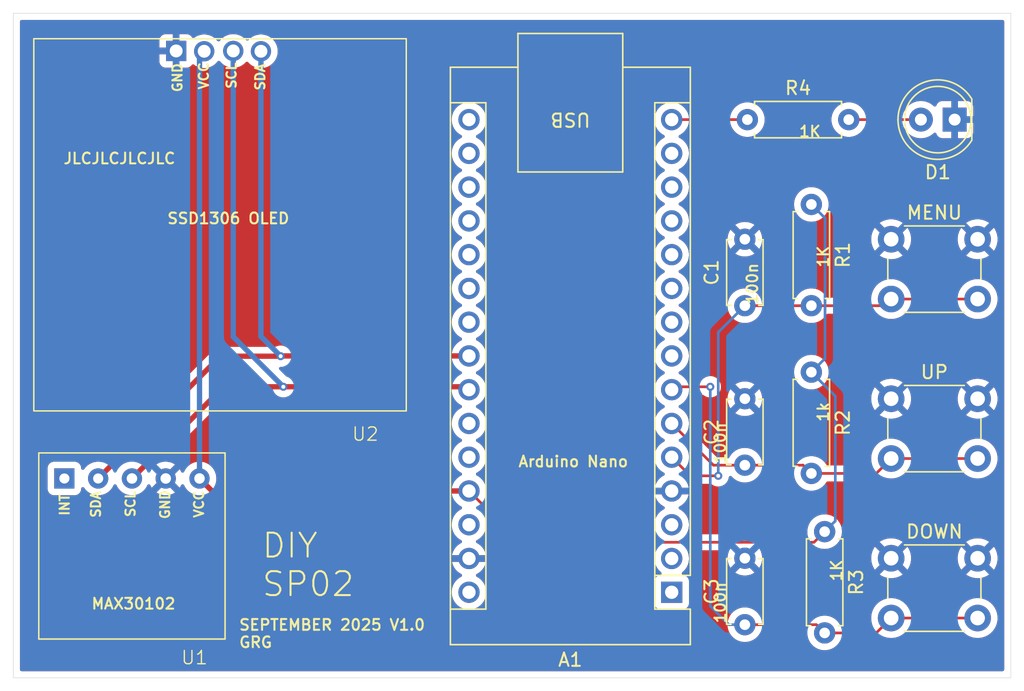
<source format=kicad_pcb>
(kicad_pcb (version 20241229) (generator "pcbnew") (generator_version "9.0")
  (layers (0 "F.Cu" signal) (2 "B.Cu" signal) (13 "F.Paste" user) (15 "B.Paste" user) (5 "F.SilkS" user "F.Silkscreen") (7 "B.SilkS" user "B.Silkscreen") (1 "F.Mask" user) (3 "B.Mask" user) (25 "Edge.Cuts" user))
  (net 0 "")
  (net 2 "GND")
  (net 4 "Net-(A1-A4)")
  (net 6 "Net-(A1-D3)")
  (net 12 "Net-(A1-D12)")
  (net 14 "Net-(A1-A5)")
  (net 15 "Net-(A1-D2)")
  (net 22 "Net-(A1-D4)")
  (net 29 "+5V")
  (net 30 "Net-(D1-A)")
  (footprint "spo2_stuff:SSD1306" (layer "F.Cu") (at 105.5456 65.9126)
    (property "Reference" "U2" (at 10.922 15.748 0) (layer "F.SilkS") (effects (font (thickness 0.1))))
    (property "Value" "SSD1306")
    (fp_line (start -14 -14) (end 14 -14) (stroke (width 0.1)) (layer "F.SilkS"))
    (fp_line (start -14 14) (end -14 -14) (stroke (width 0.1)) (layer "F.SilkS"))
    (fp_line (start 14 -14) (end 14 14) (stroke (width 0.1)) (layer "F.SilkS"))
    (fp_line (start 14 14) (end -14 14) (stroke (width 0.1)) (layer "F.SilkS"))
    (fp_rect (start -14 -14) (end 14 14) (stroke (width 0.1)) (fill no) (layer "F.SilkS"))
    (fp_text user "GND" (at -2.794 -9.906 90) (layer "F.SilkS") (effects (font (size 0.7 0.7) (thickness 0.15) (bold yes)) (justify left bottom)))
    (fp_text user "SCL" (at 1.27 -10.16 90) (layer "F.SilkS") (effects (font (size 0.7 0.7) (thickness 0.15) (bold yes)) (justify left bottom)))
    (fp_text user "VCC" (at -0.8128 -10.1092 90) (layer "F.SilkS") (effects (font (size 0.7 0.7) (thickness 0.15) (bold yes)) (justify left bottom)))
    (fp_text user "SDA" (at 3.429 -10.033 90) (layer "F.SilkS") (effects (font (size 0.7 0.7) (thickness 0.15) (bold yes)) (justify left bottom)))
    (pad "1" thru_hole rect (at -3.302 -13.081) (size 1.524 1.524) (drill 0.972) (layers "*.Cu" "*.Mask") (net 2 "GND"))
    (pad "2" thru_hole circle (at -1.1938 -13.0556) (size 1.524 1.524) (drill 0.972) (layers "*.Cu" "*.Mask") (net 29 "+5V"))
    (pad "3" thru_hole circle (at 0.9906 -13.081) (size 1.524 1.524) (drill 0.972) (layers "*.Cu" "*.Mask") (net 14 "Net-(A1-A5)"))
    (pad "4" thru_hole circle (at 3.0734 -13.0556) (size 1.524 1.524) (drill 0.972) (layers "*.Cu" "*.Mask") (net 4 "Net-(A1-A4)"))
  )
  (footprint "Resistor_THT:R_Axial_DIN0207_L6.3mm_D2.5mm_P7.62mm_Horizontal" (layer "F.Cu") (at 150 64.38 -90)
    (property "Reference" "R1" (at 3.81 -2.37 90) (layer "F.SilkS"))
    (property "Value" "1K")
    (fp_line (start 0.54 1.37) (end 7.08 1.37) (stroke (width 0.12)) (layer "F.SilkS"))
    (fp_line (start 7.08 1.37) (end 7.08 1.04) (stroke (width 0.12)) (layer "F.SilkS"))
    (fp_line (start 0.54 1.04) (end 0.54 1.37) (stroke (width 0.12)) (layer "F.SilkS"))
    (fp_line (start 0.54 -1.04) (end 0.54 -1.37) (stroke (width 0.12)) (layer "F.SilkS"))
    (fp_line (start 0.54 -1.37) (end 7.08 -1.37) (stroke (width 0.12)) (layer "F.SilkS"))
    (fp_line (start 7.08 -1.37) (end 7.08 -1.04) (stroke (width 0.12)) (layer "F.SilkS"))
    (pad "1" thru_hole circle (at 0 0 270) (size 1.6 1.6) (drill 0.8) (layers "*.Cu" "*.Mask") (net 29 "+5V"))
    (pad "2" thru_hole circle (at 7.62 0 270) (size 1.6 1.6) (drill 0.8) (layers "*.Cu" "*.Mask") (net 15 "Net-(A1-D2)"))
  )
  (footprint "Capacitor_THT:C_Disc_D4.7mm_W2.5mm_P5.00mm" (layer "F.Cu") (at 145 96 90)
    (property "Reference" "C3" (at 2.5 -2.5 90) (layer "F.SilkS"))
    (property "Value" "100n")
    (fp_line (start 4.97 -1.37) (end 4.97 -1.04) (stroke (width 0.12)) (layer "F.SilkS"))
    (fp_line (start 0.03 -1.37) (end 4.97 -1.37) (stroke (width 0.12)) (layer "F.SilkS"))
    (fp_line (start 0.03 -1.04) (end 0.03 -1.37) (stroke (width 0.12)) (layer "F.SilkS"))
    (fp_line (start 4.97 1.04) (end 4.97 1.37) (stroke (width 0.12)) (layer "F.SilkS"))
    (fp_line (start 4.97 1.37) (end 0.03 1.37) (stroke (width 0.12)) (layer "F.SilkS"))
    (fp_line (start 0.03 1.37) (end 0.03 1.04) (stroke (width 0.12)) (layer "F.SilkS"))
    (pad "1" thru_hole circle (at 0 0 90) (size 1.6 1.6) (drill 0.8) (layers "*.Cu" "*.Mask") (net 22 "Net-(A1-D4)"))
    (pad "2" thru_hole circle (at 5 0 90) (size 1.6 1.6) (drill 0.8) (layers "*.Cu" "*.Mask") (net 2 "GND"))
  )
  (footprint "Button_Switch_THT:SW_PUSH_6mm" (layer "F.Cu") (at 156 67)
    (property "Reference" "MENU" (at 3.25 -2 0) (layer "F.SilkS"))
    (property "Value" "SW_Push")
    (fp_line (start -0.25 1.5) (end -0.25 3) (stroke (width 0.12)) (layer "F.SilkS"))
    (fp_line (start 1 5.5) (end 5.5 5.5) (stroke (width 0.12)) (layer "F.SilkS"))
    (fp_line (start 5.5 -1) (end 1 -1) (stroke (width 0.12)) (layer "F.SilkS"))
    (fp_line (start 6.75 3) (end 6.75 1.5) (stroke (width 0.12)) (layer "F.SilkS"))
    (pad "1" thru_hole circle (at 0 0 90) (size 2 2) (drill 1.1) (layers "*.Cu" "*.Mask") (net 2 "GND"))
    (pad "1" thru_hole circle (at 6.5 0 90) (size 2 2) (drill 1.1) (layers "*.Cu" "*.Mask") (net 2 "GND"))
    (pad "2" thru_hole circle (at 0 4.5 90) (size 2 2) (drill 1.1) (layers "*.Cu" "*.Mask") (net 15 "Net-(A1-D2)"))
    (pad "2" thru_hole circle (at 6.5 4.5 90) (size 2 2) (drill 1.1) (layers "*.Cu" "*.Mask") (net 15 "Net-(A1-D2)"))
  )
  (footprint "Module:Arduino_Nano" (layer "F.Cu") (at 139.5 93.56 180)
    (property "Reference" "A1" (at 7.62 -5.08 0) (layer "F.SilkS"))
    (property "Value" "Arduino_Nano_v3.x")
    (fp_line (start 16.64 39.5) (end 16.64 -3.94) (stroke (width 0.12)) (layer "F.SilkS"))
    (fp_line (start 16.64 39.5) (end 11.56 39.5) (stroke (width 0.12)) (layer "F.SilkS"))
    (fp_line (start 16.64 -3.94) (end -1.4 -3.94) (stroke (width 0.12)) (layer "F.SilkS"))
    (fp_line (start 13.97 36.83) (end 16.64 36.83) (stroke (width 0.12)) (layer "F.SilkS"))
    (fp_line (start 13.97 -1.27) (end 16.64 -1.27) (stroke (width 0.12)) (layer "F.SilkS"))
    (fp_line (start 13.97 -1.27) (end 13.97 36.83) (stroke (width 0.12)) (layer "F.SilkS"))
    (fp_line (start 11.56 42.04) (end 3.68 42.04) (stroke (width 0.12)) (layer "F.SilkS"))
    (fp_line (start 11.56 31.62) (end 11.56 42.04) (stroke (width 0.12)) (layer "F.SilkS"))
    (fp_line (start 3.68 42.04) (end 3.68 31.62) (stroke (width 0.12)) (layer "F.SilkS"))
    (fp_line (start 3.68 31.62) (end 11.56 31.62) (stroke (width 0.12)) (layer "F.SilkS"))
    (fp_line (start 1.27 36.83) (end -1.4 36.83) (stroke (width 0.12)) (layer "F.SilkS"))
    (fp_line (start 1.27 1.27) (end 1.27 36.83) (stroke (width 0.12)) (layer "F.SilkS"))
    (fp_line (start 1.27 1.27) (end 1.27 -1.27) (stroke (width 0.12)) (layer "F.SilkS"))
    (fp_line (start 1.27 1.27) (end -1.4 1.27) (stroke (width 0.12)) (layer "F.SilkS"))
    (fp_line (start 1.27 -1.27) (end -1.4 -1.27) (stroke (width 0.12)) (layer "F.SilkS"))
    (fp_line (start -1.4 39.5) (end 3.68 39.5) (stroke (width 0.12)) (layer "F.SilkS"))
    (fp_line (start -1.4 1.27) (end -1.4 39.5) (stroke (width 0.12)) (layer "F.SilkS"))
    (fp_line (start -1.4 -3.94) (end -1.4 -1.27) (stroke (width 0.12)) (layer "F.SilkS"))
    (fp_text user "USB" (at 7.62 35.56 180) (layer "F.SilkS"))
    (pad "1" thru_hole rect (at 0 0 180) (size 1.6 1.6) (drill 1) (layers "*.Cu" "*.Mask"))
    (pad "2" thru_hole oval (at 0 2.54 180) (size 1.6 1.6) (drill 1) (layers "*.Cu" "*.Mask"))
    (pad "3" thru_hole oval (at 0 5.08 180) (size 1.6 1.6) (drill 1) (layers "*.Cu" "*.Mask"))
    (pad "4" thru_hole oval (at 0 7.62 180) (size 1.6 1.6) (drill 1) (layers "*.Cu" "*.Mask") (net 2 "GND"))
    (pad "5" thru_hole oval (at 0 10.16 180) (size 1.6 1.6) (drill 1) (layers "*.Cu" "*.Mask") (net 15 "Net-(A1-D2)"))
    (pad "6" thru_hole oval (at 0 12.7 180) (size 1.6 1.6) (drill 1) (layers "*.Cu" "*.Mask") (net 6 "Net-(A1-D3)"))
    (pad "7" thru_hole oval (at 0 15.24 180) (size 1.6 1.6) (drill 1) (layers "*.Cu" "*.Mask") (net 22 "Net-(A1-D4)"))
    (pad "8" thru_hole oval (at 0 17.78 180) (size 1.6 1.6) (drill 1) (layers "*.Cu" "*.Mask"))
    (pad "9" thru_hole oval (at 0 20.32 180) (size 1.6 1.6) (drill 1) (layers "*.Cu" "*.Mask"))
    (pad "10" thru_hole oval (at 0 22.86 180) (size 1.6 1.6) (drill 1) (layers "*.Cu" "*.Mask"))
    (pad "11" thru_hole oval (at 0 25.4 180) (size 1.6 1.6) (drill 1) (layers "*.Cu" "*.Mask"))
    (pad "12" thru_hole oval (at 0 27.94 180) (size 1.6 1.6) (drill 1) (layers "*.Cu" "*.Mask"))
    (pad "13" thru_hole oval (at 0 30.48 180) (size 1.6 1.6) (drill 1) (layers "*.Cu" "*.Mask"))
    (pad "14" thru_hole oval (at 0 33.02 180) (size 1.6 1.6) (drill 1) (layers "*.Cu" "*.Mask"))
    (pad "15" thru_hole oval (at 0 35.56 180) (size 1.6 1.6) (drill 1) (layers "*.Cu" "*.Mask") (net 12 "Net-(A1-D12)"))
    (pad "16" thru_hole oval (at 15.24 35.56 180) (size 1.6 1.6) (drill 1) (layers "*.Cu" "*.Mask"))
    (pad "17" thru_hole oval (at 15.24 33.02 180) (size 1.6 1.6) (drill 1) (layers "*.Cu" "*.Mask"))
    (pad "18" thru_hole oval (at 15.24 30.48 180) (size 1.6 1.6) (drill 1) (layers "*.Cu" "*.Mask"))
    (pad "19" thru_hole oval (at 15.24 27.94 180) (size 1.6 1.6) (drill 1) (layers "*.Cu" "*.Mask"))
    (pad "20" thru_hole oval (at 15.24 25.4 180) (size 1.6 1.6) (drill 1) (layers "*.Cu" "*.Mask"))
    (pad "21" thru_hole oval (at 15.24 22.86 180) (size 1.6 1.6) (drill 1) (layers "*.Cu" "*.Mask"))
    (pad "22" thru_hole oval (at 15.24 20.32 180) (size 1.6 1.6) (drill 1) (layers "*.Cu" "*.Mask"))
    (pad "23" thru_hole oval (at 15.24 17.78 180) (size 1.6 1.6) (drill 1) (layers "*.Cu" "*.Mask") (net 4 "Net-(A1-A4)"))
    (pad "24" thru_hole oval (at 15.24 15.24 180) (size 1.6 1.6) (drill 1) (layers "*.Cu" "*.Mask") (net 14 "Net-(A1-A5)"))
    (pad "25" thru_hole oval (at 15.24 12.7 180) (size 1.6 1.6) (drill 1) (layers "*.Cu" "*.Mask"))
    (pad "26" thru_hole oval (at 15.24 10.16 180) (size 1.6 1.6) (drill 1) (layers "*.Cu" "*.Mask"))
    (pad "27" thru_hole oval (at 15.24 7.62 180) (size 1.6 1.6) (drill 1) (layers "*.Cu" "*.Mask") (net 29 "+5V"))
    (pad "28" thru_hole oval (at 15.24 5.08 180) (size 1.6 1.6) (drill 1) (layers "*.Cu" "*.Mask"))
    (pad "29" thru_hole oval (at 15.24 2.54 180) (size 1.6 1.6) (drill 1) (layers "*.Cu" "*.Mask") (net 2 "GND"))
    (pad "30" thru_hole oval (at 15.24 0 180) (size 1.6 1.6) (drill 1) (layers "*.Cu" "*.Mask"))
  )
  (footprint "Resistor_THT:R_Axial_DIN0207_L6.3mm_D2.5mm_P7.62mm_Horizontal" (layer "F.Cu") (at 145.19 58)
    (property "Reference" "R4" (at 3.81 -2.37 0) (layer "F.SilkS"))
    (property "Value" "1K")
    (fp_line (start 0.54 -1.37) (end 7.08 -1.37) (stroke (width 0.12)) (layer "F.SilkS"))
    (fp_line (start 0.54 -1.04) (end 0.54 -1.37) (stroke (width 0.12)) (layer "F.SilkS"))
    (fp_line (start 0.54 1.04) (end 0.54 1.37) (stroke (width 0.12)) (layer "F.SilkS"))
    (fp_line (start 0.54 1.37) (end 7.08 1.37) (stroke (width 0.12)) (layer "F.SilkS"))
    (fp_line (start 7.08 -1.37) (end 7.08 -1.04) (stroke (width 0.12)) (layer "F.SilkS"))
    (fp_line (start 7.08 1.37) (end 7.08 1.04) (stroke (width 0.12)) (layer "F.SilkS"))
    (pad "1" thru_hole circle (at 0 0) (size 1.6 1.6) (drill 0.8) (layers "*.Cu" "*.Mask") (net 12 "Net-(A1-D12)"))
    (pad "2" thru_hole circle (at 7.62 0) (size 1.6 1.6) (drill 0.8) (layers "*.Cu" "*.Mask") (net 30 "Net-(D1-A)"))
  )
  (footprint "Capacitor_THT:C_Disc_D4.7mm_W2.5mm_P5.00mm" (layer "F.Cu") (at 145 84 90)
    (property "Reference" "C2" (at 2.5 -2.5 90) (layer "F.SilkS"))
    (property "Value" "100n")
    (fp_line (start 4.97 -1.37) (end 4.97 -1.04) (stroke (width 0.12)) (layer "F.SilkS"))
    (fp_line (start 0.03 -1.37) (end 4.97 -1.37) (stroke (width 0.12)) (layer "F.SilkS"))
    (fp_line (start 0.03 -1.04) (end 0.03 -1.37) (stroke (width 0.12)) (layer "F.SilkS"))
    (fp_line (start 4.97 1.04) (end 4.97 1.37) (stroke (width 0.12)) (layer "F.SilkS"))
    (fp_line (start 4.97 1.37) (end 0.03 1.37) (stroke (width 0.12)) (layer "F.SilkS"))
    (fp_line (start 0.03 1.37) (end 0.03 1.04) (stroke (width 0.12)) (layer "F.SilkS"))
    (pad "1" thru_hole circle (at 0 0 90) (size 1.6 1.6) (drill 0.8) (layers "*.Cu" "*.Mask") (net 6 "Net-(A1-D3)"))
    (pad "2" thru_hole circle (at 5 0 90) (size 1.6 1.6) (drill 0.8) (layers "*.Cu" "*.Mask") (net 2 "GND"))
  )
  (footprint "Resistor_THT:R_Axial_DIN0207_L6.3mm_D2.5mm_P7.62mm_Horizontal" (layer "F.Cu") (at 151 89 -90)
    (property "Reference" "R3" (at 3.81 -2.37 90) (layer "F.SilkS"))
    (property "Value" "1K")
    (fp_line (start 0.54 1.37) (end 7.08 1.37) (stroke (width 0.12)) (layer "F.SilkS"))
    (fp_line (start 7.08 1.37) (end 7.08 1.04) (stroke (width 0.12)) (layer "F.SilkS"))
    (fp_line (start 0.54 1.04) (end 0.54 1.37) (stroke (width 0.12)) (layer "F.SilkS"))
    (fp_line (start 0.54 -1.04) (end 0.54 -1.37) (stroke (width 0.12)) (layer "F.SilkS"))
    (fp_line (start 0.54 -1.37) (end 7.08 -1.37) (stroke (width 0.12)) (layer "F.SilkS"))
    (fp_line (start 7.08 -1.37) (end 7.08 -1.04) (stroke (width 0.12)) (layer "F.SilkS"))
    (pad "1" thru_hole circle (at 0 0 270) (size 1.6 1.6) (drill 0.8) (layers "*.Cu" "*.Mask") (net 29 "+5V"))
    (pad "2" thru_hole circle (at 7.62 0 270) (size 1.6 1.6) (drill 0.8) (layers "*.Cu" "*.Mask") (net 22 "Net-(A1-D4)"))
  )
  (footprint "Button_Switch_THT:SW_PUSH_6mm" (layer "F.Cu") (at 156 79)
    (property "Reference" "UP" (at 3.25 -2 0) (layer "F.SilkS"))
    (property "Value" "SW_Push")
    (fp_line (start -0.25 1.5) (end -0.25 3) (stroke (width 0.12)) (layer "F.SilkS"))
    (fp_line (start 1 5.5) (end 5.5 5.5) (stroke (width 0.12)) (layer "F.SilkS"))
    (fp_line (start 5.5 -1) (end 1 -1) (stroke (width 0.12)) (layer "F.SilkS"))
    (fp_line (start 6.75 3) (end 6.75 1.5) (stroke (width 0.12)) (layer "F.SilkS"))
    (pad "1" thru_hole circle (at 0 0 90) (size 2 2) (drill 1.1) (layers "*.Cu" "*.Mask") (net 2 "GND"))
    (pad "1" thru_hole circle (at 6.5 0 90) (size 2 2) (drill 1.1) (layers "*.Cu" "*.Mask") (net 2 "GND"))
    (pad "2" thru_hole circle (at 0 4.5 90) (size 2 2) (drill 1.1) (layers "*.Cu" "*.Mask") (net 6 "Net-(A1-D3)"))
    (pad "2" thru_hole circle (at 6.5 4.5 90) (size 2 2) (drill 1.1) (layers "*.Cu" "*.Mask") (net 6 "Net-(A1-D3)"))
  )
  (footprint "LED_THT:LED_D5.0mm" (layer "F.Cu") (at 160.775 58 180)
    (property "Reference" "D1" (at 1.27 -3.96 0) (layer "F.SilkS"))
    (property "Value" "LED")
    (fp_line (start -1.29 -1.545) (end -1.29 1.545) (stroke (width 0.12)) (layer "F.SilkS"))
    (fp_arc (start 4.26 0) (mid 2.071779 2.880495) (end -1.29 1.54483) (stroke (width 0.12)) (layer "F.SilkS"))
    (fp_arc (start -1.29 -1.54483) (mid 2.071779 -2.880495) (end 4.26 0) (stroke (width 0.12)) (layer "F.SilkS"))
    (fp_circle (center 1.27 0) (end 3.77 0) (stroke (width 0.12)) (fill no) (layer "F.SilkS"))
    (pad "1" thru_hole rect (at 0 0 180) (size 1.8 1.8) (drill 0.9) (layers "*.Cu" "*.Mask") (net 2 "GND"))
    (pad "2" thru_hole circle (at 2.54 0 180) (size 1.8 1.8) (drill 0.9) (layers "*.Cu" "*.Mask") (net 30 "Net-(D1-A)"))
  )
  (footprint "spo2_stuff:MAX30102_MODULE" (layer "F.Cu") (at 98.92 90.08)
    (property "Reference" "U1" (at 4.7 8.4 0) (layer "F.SilkS") (effects (font (thickness 0.1))))
    (property "Value" "MAX30102")
    (fp_line (start -7 -7) (end 7 -7) (stroke (width 0.1)) (layer "F.SilkS"))
    (fp_line (start -7 7) (end -7 -7) (stroke (width 0.1)) (layer "F.SilkS"))
    (fp_line (start 7 -7) (end 7 7) (stroke (width 0.1)) (layer "F.SilkS"))
    (fp_line (start 7 7) (end -7 7) (stroke (width 0.1)) (layer "F.SilkS"))
    (fp_rect (start -7 -7) (end 7 7) (stroke (width 0.1)) (fill no) (layer "F.SilkS"))
    (fp_text user "GND" (at 2.9 -1.95 90) (layer "F.SilkS") (effects (font (size 0.7 0.7) (thickness 0.15) (bold yes)) (justify left bottom)))
    (fp_text user "SCL" (at 0.3 -2.1 90) (layer "F.SilkS") (effects (font (size 0.7 0.7) (thickness 0.15) (bold yes)) (justify left bottom)))
    (fp_text user "VCC" (at 5.45 -2.05 90) (layer "F.SilkS") (effects (font (size 0.7 0.7) (thickness 0.15) (bold yes)) (justify left bottom)))
    (fp_text user "INT" (at -4.65 -2.2 90) (layer "F.SilkS") (effects (font (size 0.7 0.7) (thickness 0.15) (bold yes)) (justify left bottom)))
    (fp_text user "SDA" (at -2.3 -2.05 90) (layer "F.SilkS") (effects (font (size 0.7 0.7) (thickness 0.15) (bold yes)) (justify left bottom)))
    (pad "1" thru_hole rect (at -5.08 -5.08) (size 1.524 1.524) (drill 0.762) (layers "*.Cu" "*.Mask"))
    (pad "2" thru_hole circle (at -2.54 -5.08) (size 1.524 1.524) (drill 0.762) (layers "*.Cu" "*.Mask") (net 4 "Net-(A1-A4)"))
    (pad "3" thru_hole circle (at 0 -5.08) (size 1.524 1.524) (drill 0.792) (layers "*.Cu" "*.Mask") (net 14 "Net-(A1-A5)"))
    (pad "4" thru_hole circle (at 2.54 -5.08) (size 1.524 1.524) (drill 0.792) (layers "*.Cu" "*.Mask") (net 2 "GND"))
    (pad "5" thru_hole circle (at 5.08 -5.08) (size 1.524 1.524) (drill 0.792) (layers "*.Cu" "*.Mask") (net 29 "+5V"))
  )
  (footprint "Capacitor_THT:C_Disc_D4.7mm_W2.5mm_P5.00mm" (layer "F.Cu") (at 145 72 90)
    (property "Reference" "C1" (at 2.5 -2.5 90) (layer "F.SilkS"))
    (property "Value" "100n")
    (fp_line (start 4.97 -1.37) (end 4.97 -1.04) (stroke (width 0.12)) (layer "F.SilkS"))
    (fp_line (start 0.03 -1.37) (end 4.97 -1.37) (stroke (width 0.12)) (layer "F.SilkS"))
    (fp_line (start 0.03 -1.04) (end 0.03 -1.37) (stroke (width 0.12)) (layer "F.SilkS"))
    (fp_line (start 4.97 1.04) (end 4.97 1.37) (stroke (width 0.12)) (layer "F.SilkS"))
    (fp_line (start 4.97 1.37) (end 0.03 1.37) (stroke (width 0.12)) (layer "F.SilkS"))
    (fp_line (start 0.03 1.37) (end 0.03 1.04) (stroke (width 0.12)) (layer "F.SilkS"))
    (pad "1" thru_hole circle (at 0 0 90) (size 1.6 1.6) (drill 0.8) (layers "*.Cu" "*.Mask") (net 15 "Net-(A1-D2)"))
    (pad "2" thru_hole circle (at 5 0 90) (size 1.6 1.6) (drill 0.8) (layers "*.Cu" "*.Mask") (net 2 "GND"))
  )
  (footprint "Resistor_THT:R_Axial_DIN0207_L6.3mm_D2.5mm_P7.62mm_Horizontal" (layer "F.Cu") (at 150 77 -90)
    (property "Reference" "R2" (at 3.81 -2.37 90) (layer "F.SilkS"))
    (property "Value" "1K")
    (fp_line (start 0.54 1.37) (end 7.08 1.37) (stroke (width 0.12)) (layer "F.SilkS"))
    (fp_line (start 7.08 1.37) (end 7.08 1.04) (stroke (width 0.12)) (layer "F.SilkS"))
    (fp_line (start 0.54 1.04) (end 0.54 1.37) (stroke (width 0.12)) (layer "F.SilkS"))
    (fp_line (start 0.54 -1.04) (end 0.54 -1.37) (stroke (width 0.12)) (layer "F.SilkS"))
    (fp_line (start 0.54 -1.37) (end 7.08 -1.37) (stroke (width 0.12)) (layer "F.SilkS"))
    (fp_line (start 7.08 -1.37) (end 7.08 -1.04) (stroke (width 0.12)) (layer "F.SilkS"))
    (pad "1" thru_hole circle (at 0 0 270) (size 1.6 1.6) (drill 0.8) (layers "*.Cu" "*.Mask") (net 29 "+5V"))
    (pad "2" thru_hole circle (at 7.62 0 270) (size 1.6 1.6) (drill 0.8) (layers "*.Cu" "*.Mask") (net 6 "Net-(A1-D3)"))
  )
  (footprint "Button_Switch_THT:SW_PUSH_6mm" (layer "F.Cu") (at 156 91)
    (property "Reference" "DOWN" (at 3.25 -2 0) (layer "F.SilkS"))
    (property "Value" "SW_Push")
    (fp_line (start -0.25 1.5) (end -0.25 3) (stroke (width 0.12)) (layer "F.SilkS"))
    (fp_line (start 1 5.5) (end 5.5 5.5) (stroke (width 0.12)) (layer "F.SilkS"))
    (fp_line (start 5.5 -1) (end 1 -1) (stroke (width 0.12)) (layer "F.SilkS"))
    (fp_line (start 6.75 3) (end 6.75 1.5) (stroke (width 0.12)) (layer "F.SilkS"))
    (pad "1" thru_hole circle (at 0 0 90) (size 2 2) (drill 1.1) (layers "*.Cu" "*.Mask") (net 2 "GND"))
    (pad "1" thru_hole circle (at 6.5 0 90) (size 2 2) (drill 1.1) (layers "*.Cu" "*.Mask") (net 2 "GND"))
    (pad "2" thru_hole circle (at 0 4.5 90) (size 2 2) (drill 1.1) (layers "*.Cu" "*.Mask") (net 22 "Net-(A1-D4)"))
    (pad "2" thru_hole circle (at 6.5 4.5 90) (size 2 2) (drill 1.1) (layers "*.Cu" "*.Mask") (net 22 "Net-(A1-D4)"))
  )
  (gr_line (start 165 50) (end 90 50) (stroke (width 0.0381)) (layer "Edge.Cuts"))
  (gr_line (start 90 50) (end 90 100) (stroke (width 0.0381)) (layer "Edge.Cuts"))
  (gr_line (start 90 100) (end 165 100) (stroke (width 0.0381)) (layer "Edge.Cuts"))
  (gr_line (start 165 100) (end 165 50) (stroke (width 0.0381)) (layer "Edge.Cuts"))
  (gr_text "SSD1306 OLED" (at 101.5 65.9126 0) (layer "F.SilkS") (effects (font (size 0.8128 0.8128) (thickness 0.1524) (bold yes)) (justify left bottom)))
  (gr_text "100n" (at 143.63 95.97 90) (layer "F.SilkS") (effects (font (size 0.8128 0.8128) (thickness 0.1524) (bold yes)) (justify left bottom)))
  (gr_text "JLCJLCJLCJLC" (at 93.7 61.4 0) (layer "F.SilkS") (effects (font (size 0.8128 0.8128) (thickness 0.1524) (bold yes)) (justify left bottom)))
  (gr_text "100n" (at 143.63 83.97 90) (layer "F.SilkS") (effects (font (size 0.8128 0.8128) (thickness 0.1524) (bold yes)) (justify left bottom)))
  (gr_text "Arduino Nano" (at 127.9 84.2 0) (layer "F.SilkS") (effects (font (size 0.8128 0.8128) (thickness 0.1524) (bold yes)) (justify left bottom)))
  (gr_text "1k" (at 151.37 80.81 90) (layer "F.SilkS") (effects (font (size 0.8128 0.8128) (thickness 0.1524) (bold yes)) (justify left bottom)))
  (gr_text "SEPTEMBER 2025 V1.0\nGRG\n" (at 106.9 97.8 0) (layer "F.SilkS") (effects (font (size 0.8128 0.8128) (thickness 0.1524) (bold yes)) (justify left bottom)))
  (gr_text "MAX30102" (at 95.8 94.9 0) (layer "F.SilkS") (effects (font (size 0.8128 0.8128) (thickness 0.1524) (bold yes)) (justify left bottom)))
  (gr_text "1K" (at 149 59.37 0) (layer "F.SilkS") (effects (font (size 0.8128 0.8128) (thickness 0.1524) (bold yes)) (justify left bottom)))
  (gr_text "100n" (at 146.04 71.97 90) (layer "F.SilkS") (effects (font (size 0.8128 0.8128) (thickness 0.1524) (bold yes)) (justify left bottom)))
  (gr_text "1K" (at 151.37 69.2 90) (layer "F.SilkS") (effects (font (size 0.8128 0.8128) (thickness 0.1524) (bold yes)) (justify left bottom)))
  (gr_text "DIY\nSP02" (at 108.6 94 0) (layer "F.SilkS") (effects (font (size 1.8 1.8) (thickness 0.1524) (bold yes)) (justify left bottom)))
  (gr_text "1K" (at 152.37 92.81 90) (layer "F.SilkS") (effects (font (size 0.8128 0.8128) (thickness 0.1524) (bold yes)) (justify left bottom)))
  (segment (start 124.26 75.78) (end 110.12 75.78) (width 0.4) (layer "F.Cu") (net 4))
  (segment (start 110.1 75.8) (end 105.58 75.8) (width 0.4) (layer "F.Cu") (net 4))
  (segment (start 110.12 75.78) (end 110.1 75.8) (width 0.4) (layer "F.Cu") (net 4))
  (segment (start 105.58 75.8) (end 96.38 85) (width 0.4) (layer "F.Cu") (net 4))
  (via (at 110.1 75.8) (size 0.6) (drill 0.3) (layers "F.Cu" "B.Cu") (net 4))
  (segment (start 108.619 74.319) (end 108.619 52.857) (width 0.4) (layer "B.Cu") (net 4))
  (segment (start 110.1 75.8) (end 108.619 74.319) (width 0.4) (layer "B.Cu") (net 4))
  (segment (start 154.88 84.62) (end 156 83.5) (width 0.2) (layer "F.Cu") (net 6))
  (segment (start 145 84) (end 149.38 84) (width 0.2) (layer "F.Cu") (net 6))
  (segment (start 145 84) (end 142.64 84) (width 0.2) (layer "F.Cu") (net 6))
  (segment (start 142.64 84) (end 139.5 80.86) (width 0.2) (layer "F.Cu") (net 6))
  (segment (start 149.38 84) (end 150 84.62) (width 0.2) (layer "F.Cu") (net 6))
  (segment (start 150 84.62) (end 154.88 84.62) (width 0.2) (layer "F.Cu") (net 6))
  (segment (start 156 83.5) (end 162.5 83.5) (width 0.2) (layer "F.Cu") (net 6))
  (segment (start 139.5 58) (end 145.19 58) (width 0.2) (layer "F.Cu") (net 12))
  (segment (start 105.82 78.1) (end 98.92 85) (width 0.4) (layer "F.Cu") (net 14))
  (segment (start 124.04 78.1) (end 110.3 78.1) (width 0.4) (layer "F.Cu") (net 14))
  (segment (start 124.26 78.32) (end 124.04 78.1) (width 0.4) (layer "F.Cu") (net 14))
  (segment (start 110.3 78.1) (end 105.82 78.1) (width 0.4) (layer "F.Cu") (net 14))
  (via (at 110.3 78.1) (size 0.6) (drill 0.3) (layers "F.Cu" "B.Cu") (net 14))
  (segment (start 110.3 78.1) (end 106.5362 74.3362) (width 0.4) (layer "B.Cu") (net 14))
  (segment (start 106.5362 74.3362) (end 106.5362 52.8316) (width 0.4) (layer "B.Cu") (net 14))
  (segment (start 150 72) (end 155.5 72) (width 0.2) (layer "F.Cu") (net 15))
  (segment (start 140.9 84.8) (end 143 84.8) (width 0.2) (layer "F.Cu") (net 15))
  (segment (start 139.5 83.4) (end 140.9 84.8) (width 0.2) (layer "F.Cu") (net 15))
  (segment (start 156 71.5) (end 162.5 71.5) (width 0.2) (layer "F.Cu") (net 15))
  (segment (start 145 72) (end 150 72) (width 0.2) (layer "F.Cu") (net 15))
  (segment (start 155.5 72) (end 156 71.5) (width 0.2) (layer "F.Cu") (net 15))
  (via (at 143 84.8) (size 0.6) (drill 0.3) (layers "F.Cu" "B.Cu") (net 15))
  (segment (start 143 84.8) (end 143 74) (width 0.2) (layer "B.Cu") (net 15))
  (segment (start 143 74) (end 145 72) (width 0.2) (layer "B.Cu") (net 15))
  (segment (start 154.88 96.62) (end 156 95.5) (width 0.2) (layer "F.Cu") (net 22))
  (segment (start 150.38 96) (end 151 96.62) (width 0.2) (layer "F.Cu") (net 22))
  (segment (start 139.72 78.1) (end 142.4 78.1) (width 0.2) (layer "F.Cu") (net 22))
  (segment (start 156 95.5) (end 162.5 95.5) (width 0.2) (layer "F.Cu") (net 22))
  (segment (start 139.5 78.32) (end 139.72 78.1) (width 0.2) (layer "F.Cu") (net 22))
  (segment (start 145 96) (end 150.38 96) (width 0.2) (layer "F.Cu") (net 22))
  (segment (start 151 96.62) (end 154.88 96.62) (width 0.2) (layer "F.Cu") (net 22))
  (via (at 142.4 78.1) (size 0.6) (drill 0.3) (layers "F.Cu" "B.Cu") (net 22))
  (segment (start 142.4 94.6) (end 143.8 96) (width 0.2) (layer "B.Cu") (net 22))
  (segment (start 142.4 78.1) (end 142.4 94.6) (width 0.2) (layer "B.Cu") (net 22))
  (segment (start 143.8 96) (end 145 96) (width 0.2) (layer "B.Cu") (net 22))
  (segment (start 128.119999 89.799999) (end 124.26 85.94) (width 0.2) (layer "F.Cu") (net 29))
  (segment (start 150.200001 89.799999) (end 128.119999 89.799999) (width 0.2) (layer "F.Cu") (net 29))
  (segment (start 104.94 85.94) (end 104 85) (width 0.4) (layer "F.Cu") (net 29))
  (segment (start 124.26 85.94) (end 104.94 85.94) (width 0.4) (layer "F.Cu") (net 29))
  (segment (start 151 89) (end 150.200001 89.799999) (width 0.2) (layer "F.Cu") (net 29))
  (segment (start 104 85) (end 104 53.2088) (width 0.4) (layer "B.Cu") (net 29))
  (segment (start 150 77) (end 151.028 75.972) (width 0.2) (layer "B.Cu") (net 29))
  (segment (start 151.028 65.408) (end 150 64.38) (width 0.2) (layer "B.Cu") (net 29))
  (segment (start 104 53.2088) (end 104.3518 52.857) (width 0.4) (layer "B.Cu") (net 29))
  (segment (start 151.799999 78.799999) (end 150 77) (width 0.2) (layer "B.Cu") (net 29))
  (segment (start 151.028 75.972) (end 151.028 65.408) (width 0.2) (layer "B.Cu") (net 29))
  (segment (start 151 89) (end 151.799999 88.200001) (width 0.2) (layer "B.Cu") (net 29))
  (segment (start 151.799999 88.200001) (end 151.799999 78.799999) (width 0.2) (layer "B.Cu") (net 29))
  (segment (start 152.81 58) (end 158.235 58) (width 0.2) (layer "F.Cu") (net 30))
  (zone (net 2) (net_name "GND") (layers "F.Cu" "B.Cu") (connect_pads (clearance 0.5)) (min_thickness 0.25) (fill yes (thermal_gap 0.5) (thermal_bridge_width 0.5))
    (polygon (pts (xy 89 49) (xy 89 101) (xy 166 101) (xy 166 49)))
  )
)
</source>
